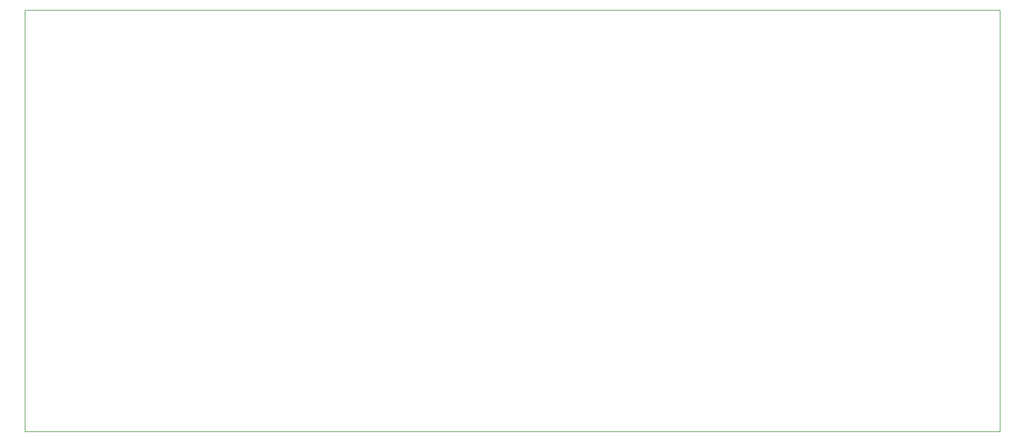
<source format=gbr>
%TF.GenerationSoftware,Altium Limited,Altium Designer,18.0.11 (651)*%
G04 Layer_Color=0*
%FSLAX26Y26*%
%MOIN*%
%TF.FileFunction,Profile,NP*%
%TF.Part,Single*%
G01*
G75*
%TA.AperFunction,Profile*%
%ADD49C,0.001000*%
D49*
X3170000Y2250000D02*
X8685000D01*
Y4610000D01*
Y4620000D01*
Y4635000D01*
X3170000D01*
Y2250000D01*
%TF.MD5,661a1c0ea21b1072c928dcd2ec80944b*%
M02*

</source>
